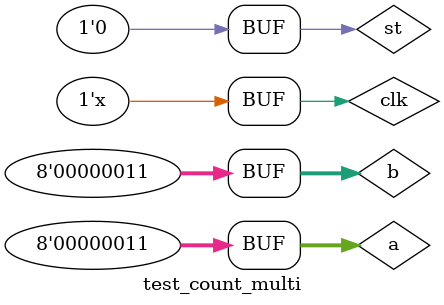
<source format=v>
module test_count_multi;
reg clk;
reg st;
reg [7:0]a;
reg[7:0]b;
wire[15:0]result;
wire done;


count_multi t1(clk,st,a,b,result,done);
initial
begin
$monitor("clk:%b,a:%b,b:%b,state:%b, count:%b,ACC:%b,st:%b,M:%b,k:%b,load:%b,add:%b,sh:%b,done:%b",clk,a,b,state,count,ACC,st,M,k,load,add,sh,done);
a=0;b=0;st=0;clk=0;
#5;
a=8'b00000011;b=8'b00000011;st=1'b1;
#10;
st=1'b0;
end
always #2 clk=~clk;

endmodule

</source>
